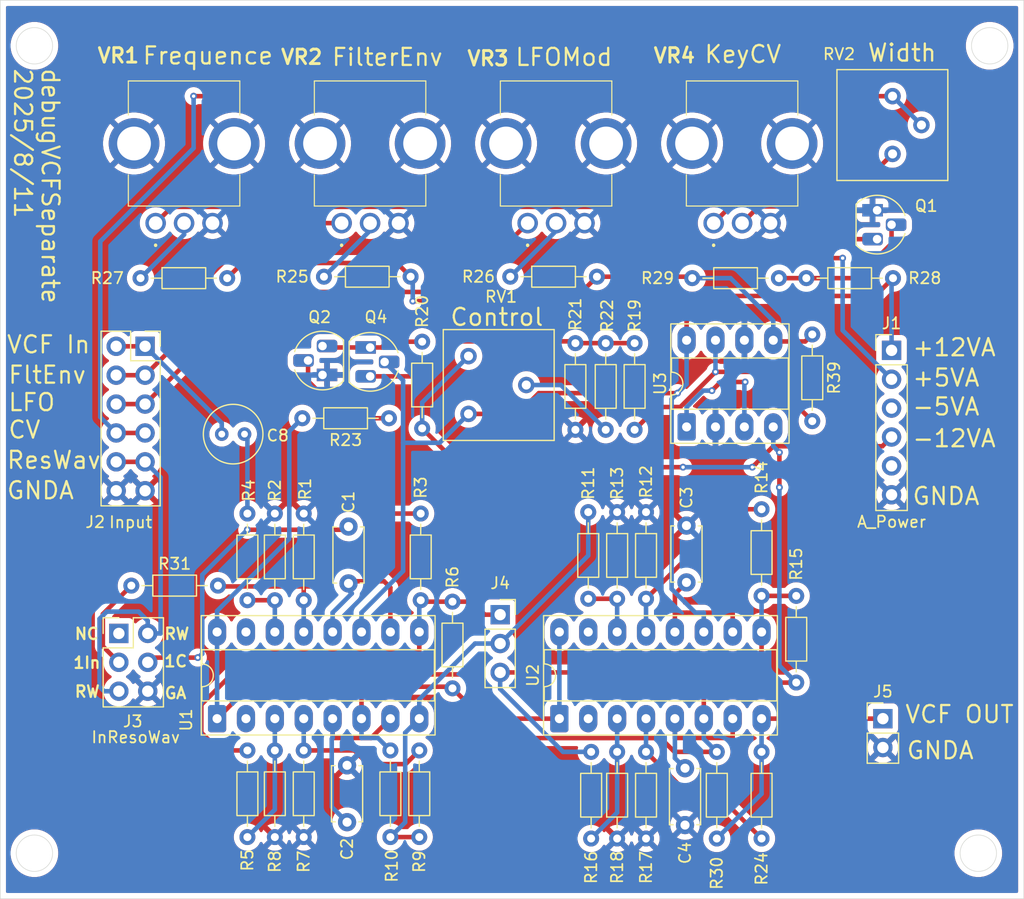
<source format=kicad_pcb>
(kicad_pcb (version 20241229) (generator "pcbnew") (generator_version "9.0")
  (layers (0 "F.Cu" signal) (2 "B.Cu" signal) (13 "F.Paste" user) (15 "B.Paste" user) (5 "F.SilkS" user "F.Silkscreen") (7 "B.SilkS" user "B.Silkscreen") (1 "F.Mask" user) (3 "B.Mask" user) (25 "Edge.Cuts" user))
  (net 0 "")
  (net 1 "Net-(C1-Pad1)")
  (net 2 "1stCap")
  (net 3 "GNDA")
  (net 4 "Net-(C2-Pad1)")
  (net 5 "Net-(C3-Pad1)")
  (net 6 "Net-(C4-Pad1)")
  (net 7 "Net-(C8-Pad2)")
  (net 8 "VCF_IN")
  (net 10 "+5VA")
  (net 11 "+12VA")
  (net 12 "-12VA")
  (net 13 "-5VA")
  (net 14 "LFOSine")
  (net 15 "ResoWav")
  (net 16 "CV")
  (net 17 "FilterEnv")
  (net 19 "1st_In_-")
  (net 20 "LP18db")
  (net 21 "LP12db")
  (net 22 "LP6db")
  (net 23 "Net-(Q1-B)")
  (net 24 "Net-(Q1-C)")
  (net 25 "Net-(Q2-B)")
  (net 26 "Net-(Q2-C)")
  (net 27 "Net-(Q4-B)")
  (net 28 "Net-(U1A-+)")
  (net 29 "Net-(U1C-+)")
  (net 30 "Net-(U1C--)")
  (net 31 "Net-(U2A-+)")
  (net 32 "Net-(U2A--)")
  (net 33 "Net-(U2C-+)")
  (net 34 "Net-(U2C--)")
  (net 35 "Net-(R19-Pad1)")
  (net 36 "Net-(R22-Pad1)")
  (net 37 "VCFCnt")
  (net 38 "VCF_OUT")
  (net 39 "Net-(VR2-WIPER)")
  (net 40 "Net-(U3A-+)")
  (net 41 "Net-(VR3-WIPER)")
  (net 42 "Net-(VR1-WIPER)")
  (net 43 "Net-(VR4-CCW)")
  (net 48 "Net-(U3B-+)")
  (net 49 "Net-(U1A--)")
  (footprint "Resistor_THT:R_Axial_DIN0204_L3.6mm_D1.6mm_P7.62mm_Horizontal" (layer "F.Cu") (at 138.097 63.641 90)
    (property "Reference" "R20")
    (property "Value" "100K")
  )
  (footprint "Capacitor_THT:C_Radial_D5.0mm_H5.0mm_P2.00mm" (layer "F.Cu") (at 120.476 64.149)
    (property "Reference" "C8")
    (property "Value" "10uF BP")
  )
  (footprint "Package_DIP:DIP-16_W7.62mm_Socket_LongPads" (layer "F.Cu") (at 120.063 89.168 90)
    (property "Reference" "U1")
    (property "Value" "LM13700")
  )
  (footprint "Resistor_THT:R_Axial_DIN0204_L3.6mm_D1.6mm_P7.62mm_Horizontal" (layer "F.Cu") (at 171.879 50.433)
    (property "Reference" "R28")
    (property "Value" "33K")
  )
  (footprint "Resistor_THT:R_Axial_DIN0204_L3.6mm_D1.6mm_P7.62mm_Horizontal" (layer "F.Cu") (at 164.005 92.089 -90)
    (property "Reference" "R30")
    (property "Value" "10K")
  )
  (footprint "Potentiometer_THT:Potentiometer_Bourns_3386F_Vertical" (layer "F.Cu") (at 142.173 62.371)
    (property "Reference" "RV1")
    (property "Value" "100K")
  )
  (footprint "Resistor_THT:R_Axial_DIN0204_L3.6mm_D1.6mm_P7.62mm_Horizontal" (layer "F.Cu") (at 129.461 50.306)
    (property "Reference" "R25")
    (property "Value" "56K")
  )
  (footprint "Connector_PinHeader_2.54mm:PinHeader_2x03_P2.54mm_Vertical" (layer "F.Cu") (at 111.427 81.675)
    (property "Reference" "J3")
    (property "Value" "InResoWav")
  )
  (footprint "Connector_PinHeader_2.54mm:PinHeader_1x06_P2.54mm_Vertical" (layer "F.Cu") (at 179.372 56.783)
    (property "Reference" "J1")
    (property "Value" "A_Power")
  )
  (footprint "Package_TO_SOT_THT:TO-92_HandSolder" (layer "F.Cu") (at 129.334 58.942 90)
    (property "Reference" "Q2")
    (property "Value" "Q_PNP_ECB")
  )
  (footprint "Resistor_THT:R_Axial_DIN0204_L3.6mm_D1.6mm_P7.62mm_Horizontal" (layer "F.Cu") (at 155.242 99.709 90)
    (property "Reference" "R18")
    (property "Value" "560")
  )
  (footprint "Resistor_THT:R_Axial_DIN0204_L3.6mm_D1.6mm_P7.62mm_Horizontal" (layer "F.Cu") (at 137.843 91.962 -90)
    (property "Reference" "R9")
    (property "Value" "68K")
  )
  (footprint "Resistor_THT:R_Axial_DIN0204_L3.6mm_D1.6mm_P7.62mm_Horizontal" (layer "F.Cu") (at 170.99 85.993 90)
    (property "Reference" "R15")
    (property "Value" "10K")
  )
  (footprint "Connector_PinHeader_2.54mm:PinHeader_1x02_P2.54mm_Vertical" (layer "F.Cu") (at 178.61 89.168)
    (property "Reference" "J5")
    (property "Value" "VCFOut")
  )
  (footprint "Package_TO_SOT_THT:TO-92_HandSolder" (layer "F.Cu") (at 178.102 44.464 -90)
    (property "Reference" "Q1")
    (property "Value" "Q_PNP_ECB")
  )
  (footprint "Resistor_THT:R_Axial_DIN0204_L3.6mm_D1.6mm_P7.62mm_Horizontal" (layer "F.Cu") (at 156.778 63.768 90)
    (property "Reference" "R19")
    (property "Value" "27K")
  )
  (footprint "Capacitor_THT:C_Disc_D4.7mm_W2.5mm_P5.00mm" (layer "F.Cu") (at 131.62 77.277 90)
    (property "Reference" "C1")
    (property "Value" "250pF")
  )
  (footprint "Resistor_THT:R_Axial_DIN0204_L3.6mm_D1.6mm_P7.62mm_Horizontal" (layer "F.Cu") (at 152.956 92.089 -90)
    (property "Reference" "R16")
    (property "Value" "100K")
  )
  (footprint "Capacitor_THT:C_Disc_D4.7mm_W2.5mm_P5.00mm" (layer "F.Cu") (at 131.493 98.272 90)
    (property "Reference" "C2")
    (property "Value" "250pF")
  )
  (footprint "Resistor_THT:R_Axial_DIN0204_L3.6mm_D1.6mm_P7.62mm_Horizontal" (layer "F.Cu") (at 135.303 91.962 -90)
    (property "Reference" "R10")
    (property "Value" "10K")
  )
  (footprint "Connector_PinSocket_2.54mm:PinSocket_2x06_P2.54mm_Vertical" (layer "F.Cu") (at 113.733 56.427)
    (property "Reference" "J2")
    (property "Value" "Input")
  )
  (footprint "Capacitor_THT:C_Disc_D4.7mm_W2.5mm_P5.00mm" (layer "F.Cu") (at 161.338 77.19 90)
    (property "Reference" "C3")
    (property "Value" "250pF")
  )
  (footprint "Capacitor_THT:C_Disc_D4.7mm_W2.5mm_P5.00mm" (layer "F.Cu") (at 161.211 93.526 -90)
    (property "Reference" "C4")
    (property "Value" "250pF")
  )
  (footprint "Resistor_THT:R_Axial_DIN0204_L3.6mm_D1.6mm_P7.62mm_Horizontal" (layer "F.Cu") (at 145.844 50.306)
    (property "Reference" "R26")
    (property "Value" "56K")
  )
  (footprint "Package_DIP:DIP-8_W7.62mm_Socket_LongPads" (layer "F.Cu") (at 161.35 63.514 90)
    (property "Reference" "U3")
    (property "Value" "Opamp_Dual")
  )
  (footprint "Package_DIP:DIP-16_W7.62mm_Socket_LongPads" (layer "F.Cu") (at 150.162 89.168 90)
    (property "Reference" "U2")
    (property "Value" "LM13700")
  )
  (footprint "SamacSys_parts:RK09D117000B" (layer "F.Cu") (at 114.661 45.593)
    (property "Reference" "VR1")
    (property "Value" "RK09D117000B" (hide yes))
  )
  (footprint "Resistor_THT:R_Axial_DIN0204_L3.6mm_D1.6mm_P7.62mm_Horizontal" (layer "F.Cu") (at 122.73 71.134 -90)
    (property "Reference" "R4")
    (property "Value" "100K")
  )
  (footprint "Resistor_THT:R_Axial_DIN0204_L3.6mm_D1.6mm_P7.62mm_Horizontal" (layer "F.Cu") (at 127.683 71.134 -90)
    (property "Reference" "R1")
    (property "Value" "560")
  )
  (footprint "Resistor_THT:R_Axial_DIN0204_L3.6mm_D1.6mm_P7.62mm_Horizontal" (layer "F.Cu") (at 169.466 50.433 180)
    (property "Reference" "R29")
    (property "Value" "280K")
  )
  (footprint "Resistor_THT:R_Axial_DIN0204_L3.6mm_D1.6mm_P7.62mm_Horizontal" (layer "F.Cu") (at 140.764 86.501 90)
    (property "Reference" "R6")
    (property "Value" "10K")
  )
  (footprint "Connector_PinSocket_2.54mm:PinSocket_1x03_P2.54mm_Vertical" (layer "F.Cu") (at 144.955 80.024)
    (property "Reference" "J4")
    (property "Value" "FltOrder")
  )
  (footprint "Resistor_THT:R_Axial_DIN0204_L3.6mm_D1.6mm_P7.62mm_Horizontal" (layer "F.Cu") (at 127.683 99.582 90)
    (property "Reference" "R7")
    (property "Value" "560")
  )
  (footprint "Resistor_THT:R_Axial_DIN0204_L3.6mm_D1.6mm_P7.62mm_Horizontal" (layer "F.Cu") (at 113.332 50.433)
    (property "Reference" "R27")
    (property "Value" "20K")
  )
  (footprint "Resistor_THT:R_Axial_DIN0204_L3.6mm_D1.6mm_P7.62mm_Horizontal" (layer "F.Cu") (at 157.782 99.709 90)
    (property "Reference" "R17")
    (property "Value" "560")
  )
  (footprint "Resistor_THT:R_Axial_DIN0204_L3.6mm_D1.6mm_P7.62mm_Horizontal" (layer "F.Cu") (at 137.97 71.134 -90)
    (property "Reference" "R3")
    (property "Value" "68K")
  )
  (footprint "Resistor_THT:R_Axial_DIN0204_L3.6mm_D1.6mm_P7.62mm_Horizontal" (layer "F.Cu") (at 167.942 99.709 90)
    (property "Reference" "R24")
    (property "Value" "68K")
  )
  (footprint "Potentiometer_THT:Potentiometer_Bourns_3386P_Vertical" (layer "F.Cu") (at 179.46 39.511)
    (property "Reference" "RV2")
    (property "Value" "3362P 50K")
  )
  (footprint "SamacSys_parts:RK09D117000B" (layer "F.Cu") (at 163.729 45.593)
    (property "Reference" "VR4")
    (property "Value" "RK09D117000B" (hide yes))
  )
  (footprint "Resistor_THT:R_Axial_DIN0204_L3.6mm_D1.6mm_P7.62mm_Horizontal" (layer "F.Cu") (at 122.73 91.962 -90)
    (property "Reference" "R5")
    (property "Value" "100K")
  )
  (footprint "Resistor_THT:R_Axial_DIN0204_L3.6mm_D1.6mm_P7.62mm_Horizontal" (layer "F.Cu") (at 167.942 70.753 -90)
    (property "Reference" "R14")
    (property "Value" "68K")
  )
  (footprint "Resistor_THT:R_Axial_DIN0204_L3.6mm_D1.6mm_P7.62mm_Horizontal" (layer "F.Cu") (at 135.176 62.752 180)
    (property "Reference" "R23")
    (property "Value" "10K")
  )
  (footprint "Resistor_THT:R_Axial_DIN0204_L3.6mm_D1.6mm_P7.62mm_Horizontal" (layer "F.Cu") (at 172.399 55.386 -90)
    (property "Reference" "R39")
    (property "Value" "10K")
  )
  (footprint "Resistor_THT:R_Axial_DIN0204_L3.6mm_D1.6mm_P7.62mm_Horizontal" (layer "F.Cu") (at 155.242 71.007 -90)
    (property "Reference" "R13")
    (property "Value" "560")
  )
  (footprint "SamacSys_parts:RK09D117000B" (layer "F.Cu") (at 131.017 45.593)
    (property "Reference" "VR2")
    (property "Value" "RK09D117000B" (hide yes))
  )
  (footprint "SamacSys_parts:RK09D117000B" (layer "F.Cu") (at 147.373 45.593)
    (property "Reference" "VR3")
    (property "Value" "RK09D117000B" (hide yes))
  )
  (footprint "Resistor_THT:R_Axial_DIN0204_L3.6mm_D1.6mm_P7.62mm_Horizontal" (layer "F.Cu") (at 151.571 63.768 90)
    (property "Reference" "R21")
    (property "Value" "1K")
  )
  (footprint "Package_TO_SOT_THT:TO-92_HandSolder" (layer "F.Cu") (at 133.525 56.529 -90)
    (property "Reference" "Q4")
    (property "Value" "Q_NPN_ECB")
  )
  (footprint "Resistor_THT:R_Axial_DIN0204_L3.6mm_D1.6mm_P7.62mm_Horizontal" (layer "F.Cu") (at 125.143 99.582 90)
    (property "Reference" "R8")
    (property "Value" "560")
  )
  (footprint "Resistor_THT:R_Axial_DIN0204_L3.6mm_D1.6mm_P7.62mm_Horizontal" (layer "F.Cu") (at 125.143 71.134 -90)
    (property "Reference" "R2")
    (property "Value" "560")
  )
  (footprint "Resistor_THT:R_Axial_DIN0204_L3.6mm_D1.6mm_P7.62mm_Horizontal" (layer "F.Cu") (at 157.782 71.007 -90)
    (property "Reference" "R12")
    (property "Value" "560")
  )
  (footprint "Resistor_THT:R_Axial_DIN0204_L3.6mm_D1.6mm_P7.62mm_Horizontal" (layer "F.Cu") (at 152.702 71.007 -90)
    (property "Reference" "R11")
    (property "Value" "100K")
  )
  (footprint "Resistor_THT:R_Axial_DIN0204_L3.6mm_D1.6mm_P7.62mm_Horizontal" (layer "F.Cu") (at 154.238 63.768 90)
    (property "Reference" "R22")
    (property "Value" "47K")
  )
  (footprint "Resistor_THT:R_Axial_DIN0204_L3.6mm_D1.6mm_P7.62mm_Horizontal" (layer "F.Cu") (at 112.522 77.47)
    (property "Reference" "R31")
    (property "Value" "100K")
  )
  (gr_circle (center 188 30) (end 189.6 30) (stroke (width 0.05)) (fill no) (layer "Edge.Cuts"))
  (gr_circle (center 187 101) (end 188.6 101) (stroke (width 0.05)) (fill no) (layer "Edge.Cuts"))
  (gr_circle (center 104 101) (end 105.6 101) (stroke (width 0.05)) (fill no) (layer "Edge.Cuts"))
  (gr_circle (center 104 30) (end 105.6 30) (stroke (width 0.05)) (fill no) (layer "Edge.Cuts"))
  (gr_rect (start 101 26) (end 191 105) (stroke (width 0.05)) (fill no) (layer "Edge.Cuts"))
  (gr_text "CV" (at 101.6 64.643 0) (layer "F.SilkS") (effects (font (size 1.5 1.5) (thickness 0.2)) (justify left bottom)))
  (gr_text "-5VA" (at 181.102 62.611 0) (layer "F.SilkS") (effects (font (size 1.5 1.5) (thickness 0.2)) (justify left bottom)))
  (gr_text "FltEnv" (at 101.6 59.817 0) (layer "F.SilkS") (effects (font (size 1.5 1.5) (thickness 0.2)) (justify left bottom)))
  (gr_text "RW" (at 115.316 82.296 0) (layer "F.SilkS") (effects (font (size 1 1) (thickness 0.2)) (justify left bottom)))
  (gr_text "KeyCV" (at 162.814 31.623 0) (layer "F.SilkS") (effects (font (size 1.5 1.5) (thickness 0.2)) (justify left bottom)))
  (gr_text "VCF OUT" (at 180.467 89.662 0) (layer "F.SilkS") (effects (font (size 1.5 1.5) (thickness 0.2)) (justify left bottom)))
  (gr_text "LFOMod" (at 146.177 31.877 0) (layer "F.SilkS") (effects (font (size 1.5 1.5) (thickness 0.2)) (justify left bottom)))
  (gr_text "Frequence" (at 113.411 31.75 0) (layer "F.SilkS") (effects (font (size 1.5 1.5) (thickness 0.2)) (justify left bottom)))
  (gr_text "GNDA" (at 181.102 70.485 0) (layer "F.SilkS") (effects (font (size 1.5 1.5) (thickness 0.2)) (justify left bottom)))
  (gr_text "RW" (at 107.442 87.376 0) (layer "F.SilkS") (effects (font (size 1 1) (thickness 0.2)) (justify left bottom)))
  (gr_text "1In" (at 107.315 84.836 0) (layer "F.SilkS") (effects (font (size 1 1) (thickness 0.2)) (justify left bottom)))
  (gr_text "LFO" (at 101.6 62.23 0) (layer "F.SilkS") (effects (font (size 1.5 1.5) (thickness 0.2)) (justify left bottom)))
  (gr_text "GNDA" (at 101.473 69.977 0) (layer "F.SilkS") (effects (font (size 1.5 1.5) (thickness 0.2)) (justify left bottom)))
  (gr_text "NC" (at 107.442 82.296 0) (layer "F.SilkS") (effects (font (size 1 1) (thickness 0.2)) (justify left bottom)))
  (gr_text "debugVCFSeparate\n2025/8/11" (at 102.108 31.877 270) (layer "F.SilkS") (effects (font (size 1.5 1.5) (thickness 0.2)) (justify left bottom)))
  (gr_text "VCF In" (at 101.473 57.15 0) (layer "F.SilkS") (effects (font (size 1.5 1.5) (thickness 0.2)) (justify left bottom)))
  (gr_text "Width" (at 177.165 31.496 0) (layer "F.SilkS") (effects (font (size 1.5 1.5) (thickness 0.2)) (justify left bottom)))
  (gr_text "+5VA" (at 181.102 60.071 0) (layer "F.SilkS") (effects (font (size 1.5 1.5) (thickness 0.2)) (justify left bottom)))
  (gr_text "GA" (at 115.347 87.503 0) (layer "F.SilkS") (effects (font (size 1 1) (thickness 0.2)) (justify left bottom)))
  (gr_text "Control" (at 140.462 54.737 0) (layer "F.SilkS") (effects (font (size 1.5 1.5) (thickness 0.2)) (justify left bottom)))
  (gr_text "+12VA" (at 181.102 57.404 0) (layer "F.SilkS") (effects (font (size 1.5 1.5) (thickness 0.2)) (justify left bottom)))
  (gr_text "FilterEnv" (at 130.048 31.877 0) (layer "F.SilkS") (effects (font (size 1.5 1.5) (thickness 0.2)) (justify left bottom)))
  (gr_text "GNDA" (at 180.594 92.837 0) (layer "F.SilkS") (effects (font (size 1.5 1.5) (thickness 0.2)) (justify left bottom)))
  (gr_text "1C" (at 115.316 84.709 0) (layer "F.SilkS") (effects (font (size 1 1) (thickness 0.2)) (justify left bottom)))
  (gr_text "-12VA" (at 181.102 65.405 0) (layer "F.SilkS") (effects (font (size 1.5 1.5) (thickness 0.2)) (justify left bottom)))
  (gr_text "ResWav" (at 101.473 67.31 0) (layer "F.SilkS") (effects (font (size 1.5 1.5) (thickness 0.2)) (justify left bottom)))
  (segment (start 131.808 77.089) (end 134.747 77.089) (width 0.4) (layer "F.Cu") (net 1))
  (segment (start 135.303 77.645) (end 135.303 81.548) (width 0.4) (layer "F.Cu") (net 1))
  (segment (start 131.62 77.277) (end 131.808 77.089) (width 0.4) (layer "F.Cu") (net 1))
  (segment (start 134.747 77.089) (end 135.303 77.645) (width 0.4) (layer "F.Cu") (net 1))
  (segment (start 131.4628 77.5169) (end 131.4628 77.4342) (width 0.4) (layer "B.Cu") (net 1))
  (segment (start 130.223 79.8463) (end 131.9122 78.1571) (width 0.4) (layer "B.Cu") (net 1))
  (segment (start 131.4628 77.4342) (end 131.62 77.277) (width 0.4) (layer "B.Cu") (net 1))
  (segment (start 131.9122 78.1571) (end 131.4628 77.7078) (width 0.4) (layer "B.Cu") (net 1))
  (segment (start 130.223 81.548) (end 130.223 79.8463) (width 0.4) (layer "B.Cu") (net 1))
  (segment (start 131.4628 77.7078) (end 131.4628 77.5169) (width 0.4) (layer "B.Cu") (net 1))
  (segment (start 131.3382 72.5588) (end 122.7228 72.5588) (width 0.4) (layer "F.Cu") (net 2))
  (segment (start 118.364 83.8006) (end 114.3814 83.8006) (width 0.4) (layer "F.Cu") (net 2))
  (segment (start 114.3814 83.8006) (end 113.967 84.215) (width 0.4) (layer "F.Cu") (net 2))
  (segment (start 131.62 72.277) (end 131.3382 72.5588) (width 0.4) (layer "F.Cu") (net 2))
  (via (at 122.7228 72.5588) (size 0.6) (drill 0.3) (layers "F.Cu" "B.Cu") (net 2))
  (via (at 118.364 83.8006) (size 0.6) (drill 0.3) (layers "F.Cu" "B.Cu") (net 2))
  (segment (start 118.412 83.8006) (end 118.7613 83.4513) (width 0.4) (layer "B.Cu") (net 2))
  (segment (start 118.364 83.8006) (end 118.412 83.8006) (width 0.4) (layer "B.Cu") (net 2))
  (segment (start 118.7613 76.5203) (end 122.7228 72.5588) (width 0.4) (layer "B.Cu") (net 2))
  (segment (start 118.7613 83.4513) (end 118.7613 76.5203) (width 0.4) (layer "B.Cu") (net 2))
  (segment (start 133.6013 90.8697) (end 135.303 89.168) (width 0.4) (layer "F.Cu") (net 4))
  (segment (start 130.223 90.8697) (end 133.6013 90.8697) (width 0.4) (layer "F.Cu") (net 4))
  (segment (start 130.223 89.168) (end 130.223 90.8697) (width 0.4) (layer "F.Cu") (net 4))
  (segment (start 130.1455 96.9245) (end 130.1455 90.9472) (width 0.4) (layer "B.Cu") (net 4))
  (segment (start 130.223 89.168) (end 130.223 90.8697) (width 0.4) (layer "B.Cu") (net 4))
  (segment (start 130.1455 90.9472) (end 130.223 90.8697) (width 0.4) (layer "B.Cu") (net 4))
  (segment (start 131.493 98.272) (end 130.1455 96.9245) (width 0.4) (layer "B.Cu") (net 4))
  (segment (start 165.402 79.8463) (end 161.338 79.8463) (width 0.4) (layer "F.Cu") (net 5))
  (segment (start 160.322 81.548) (end 160.322 79.8463) (width 0.4) (layer "F.Cu") (net 5))
  (segment (start 160.322 79.8463) (end 161.338 79.8463) (width 0.4) (layer "F.Cu") (net 5))
  (segment (start 165.402 81.548) (end 165.402 79.8463) (width 0.4) (layer "F.Cu") (net 5))
  (segment (start 160.322 78.206) (end 161.338 77.19) (width 0.4) (layer "F.Cu") (net 5))
  (segment (start 160.322 79.8463) (end 160.322 78.206) (width 0.4) (layer "F.Cu") (net 5))
  (segment (start 160.322 89.168) (end 160.322 90.8697) (width 0.4) (layer "F.Cu") (net 6))
  (segment (start 165.402 90.8697) (end 160.322 90.8697) (width 0.4) (layer "F.Cu") (net 6))
  (segment (start 165.402 89.168) (end 165.402 90.8697) (width 0.4) (layer "F.Cu") (net 6))
  (segment (start 160.322 92.637) (end 161.211 93.526) (width 0.4) (layer "B.Cu") (net 6))
  (segment (start 160.322 89.168) (end 160.322 92.637) (width 0.4) (layer "B.Cu") (net 6))
  (segment (start 122.73 64.403) (end 122.476 64.149) (width 0.4) (layer "B.Cu") (net 7))
  (segment (start 122.73 71.134) (end 122.73 64.403) (width 0.4) (layer "B.Cu") (net 7))
  (segment (start 111.193 56.427) (end 113.733 56.427) (width 0.4) (layer "F.Cu") (net 8))
  (segment (start 120.476 64.149) (end 120.476 63.17) (width 0.4) (layer "B.Cu") (net 8))
  (segment (start 120.476 63.17) (end 113.733 56.427) (width 0.4) (layer "B.Cu") (net 8))
  (segment (start 160.8987 48.6714) (end 156.3918 44.1645) (width 0.4) (layer "F.Cu") (net 10))
  (segment (start 175.0706 48.6714) (end 160.8987 48.6714) (width 0.4) (layer "F.Cu") (net 10))
  (segment (start 156.3918 44.1645) (end 116.0895 44.1645) (width 0.4) (layer "F.Cu") (net 10))
  (segment (start 116.0895 44.1645) (end 114.661 45.593) (width 0.4) (layer "F.Cu") (net 10))
  (via (at 175.0706 48.6714) (size 0.6) (drill 0.3) (layers "F.Cu" "B.Cu") (net 10))
  (segment (start 179.372 59.323) (end 175.0706 55.0216) (width 0.4) (layer "B.Cu") (net 10))
  (segment (start 175.0706 55.0216) (end 175.0706 48.6714) (width 0.4) (layer "B.Cu") (net 10))
  (segment (start 161.35 54.1923) (end 163.5423 52) (width 0.4) (layer "F.Cu") (net 11))
  (segment (start 160.5489 60.5446) (end 148.351 60.5446) (width 0.4) (layer "F.Cu") (net 11))
  (segment (start 146.5246 62.371) (end 142.173 62.371) (width 0.4) (layer "F.Cu") (net 11))
  (segment (start 163.5423 52) (end 177.932 52) (width 0.4) (layer "F.Cu") (net 11))
  (segment (start 148.351 60.5446) (end 146.5246 62.371) (width 0.4) (layer "F.Cu") (net 11))
  (segment (start 161.35 55.894) (end 161.35 54.1923) (width 0.4) (layer "F.Cu") (net 11))
  (segment (start 177.932 52) (end 179.499 50.433) (width 0.4) (layer "F.Cu") (net 11))
  (via (at 160.5489 60.5446) (size 0.6) (drill 0.3) (layers "F.Cu" "B.Cu") (net 11))
  (segment (start 160.0327 61.0608) (end 160.5489 60.5446) (width 0.4) (layer "B.Cu") (net 11))
  (segment (start 162.862 81.548) (end 162.862 79.8463) (width 0.4) (layer "B.Cu") (net 11))
  (segment (start 162.1175 79.8463) (end 160.0327 77.7615) (width 0.4) (layer "B.Cu") (net 11))
  (segment (start 132.763 81.548) (end 132.763 79.8463) (width 0.4) (layer "B.Cu") (net 11))
  (segment (start 136.4208 59.4248) (end 136.4208 64.911) (width 0.4) (layer "B.Cu") (net 11))
  (segment (start 136.4208 64.911) (end 136.4208 76.1885) (width 0.4) (layer "B.Cu") (net 11))
  (segment (start 134.795 57.799) (end 136.4208 59.4248) (width 0.4) (layer "B.Cu") (net 11))
  (segment (start 162.862 79.8463) (end 162.1175 79.8463) (width 0.4) (layer "B.Cu") (net 11))
  (segment (start 136.4208 64.911) (end 139.633 64.911) (width 0.4) (layer "B.Cu") (net 11))
  (segment (start 139.633 64.911) (end 142.173 62.371) (width 0.4) (layer "B.Cu") (net 11))
  (segment (start 161.35 55.894) (end 161.35 59.7435) (width 0.4) (layer "B.Cu") (net 11))
  (segment (start 179.372 50.56) (end 179.372 56.783) (width 0.4) (layer "B.Cu") (net 11))
  (segment (start 161.35 59.7435) (end 160.5489 60.5446) (width 0.4) (layer "B.Cu") (net 11))
  (segment (start 136.4208 76.1885) (end 132.763 79.8463) (width 0.4) (layer "B.Cu") (net 11))
  (segment (start 179.499 50.433) (end 179.372 50.56) (width 0.4) (layer "B.Cu") (net 11))
  (segment (start 160.0327 77.7615) (end 160.0327 61.0608) (width 0.4) (layer "B.Cu") (net 11))
  (segment (start 145.1416 90.8786) (end 140.764 86.501) (width 0.4) (layer "F.Cu") (net 12))
  (segment (start 179.372 64.403) (end 178.5593 65.2157) (width 0.4) (layer "F.Cu") (net 12))
  (segment (start 140.623 86.36) (end 140.764 86.501) (width 0.4) (layer "F.Cu") (net 12))
  (segment (start 159.0709 90.8786) (end 145.1416 90.8786) (width 0.4) (layer "F.Cu") (net 12))
  (segment (start 167.1297 67.056) (end 168.97 65.2157) (width 0.4) (layer "F.Cu") (net 12))
  (segment (start 132.763 89.168) (end 132.763 87.201) (width 0.4) (layer "F.Cu") (net 12))
  (segment (start 138.097 63.641) (end 141.512 67.056) (width 0.4) (layer "F.Cu") (net 12))
  (segment (start 133.604 86.36) (end 140.623 86.36) (width 0.4) (layer "F.Cu") (net 12))
  (segment (start 162.862 89.168) (end 162.862 87.138) (width 0.4) (layer "F.Cu") (net 12))
  (segment (start 161.036 67.056) (end 141.512 67.056) (width 0.4) (layer "F.Cu") (net 12))
  (segment (start 132.763 87.201) (end 133.604 86.36) (width 0.4) (layer "F.Cu") (net 12))
  (segment (start 170.983 86) (end 170.99 85.993) (width 0.4) (layer "F.Cu") (net 12))
  (segment (start 169.5093 65.755) (end 169.5093 68.834) (width 0.4) (layer "F.Cu") (net 12))
  (segment (start 178.5593 65.2157) (end 168.97 65.2157) (width 0.4) (layer "F.Cu") (net 12))
  (segment (start 162.862 87.138) (end 164 86) (width 0.4) (layer "F.Cu") (net 12))
  (segment (start 164.005 92.089) (end 160.2813 92.089) (width 0.4) (layer "F.Cu") (net 12))
  (segment (start 168.97 63.514) (end 168.97 65.2157) (width 0.4) (layer "F.Cu") (net 12))
  (segment (start 164 86) (end 170.983 86) (width 0.4) (layer "F.Cu") (net 12))
  (segment (start 160.2813 92.089) (end 159.0709 90.8786) (width 0.4) (layer "F.Cu") (net 12))
  (via (at 169.5093 65.755) (size 0.6) (drill 0.3) (layers "F.Cu" "B.Cu") (net 12))
  (via (at 169.5093 68.834) (size 0.6) (drill 0.3) (layers "F.Cu" "B.Cu") (net 12))
  (via (at 161.036 67.056) (size 0.6) (drill 0.3) (layers "F.Cu" "B.Cu") (net 12))
  (via (at 167.1297 67.056) (size 0.6) (drill 0.3) (layers "F.Cu" "B.Cu") (net 12))
  (segment (start 169.5093 65.755) (end 168.97 65.2157) (width 0.4) (layer "B.Cu") (net 12))
  (segment (start 134.2107 90.8697) (end 132.763 90.8697) (width 0.4) (layer "B.Cu") (net 12))
  (segment (start 135.303 91.962) (end 134.2107 90.8697) (width 0.4) (layer "B.Cu") (net 12))
  (segment (start 169.5093 84.5123) (end 170.99 85.993) (width 0.4) (layer "B.Cu") (net 12))
  (segment (start 169.5093 68.834) (end 169.5093 84.5123) (width 0.4) (layer "B.Cu") (net 12))
  (segment (start 168.97 63.514) (end 168.97 65.2157) (width 0.4) (layer "B.Cu") (net 12))
  (segment (start 162.862 90.946) (end 162.862 89.168) (width 0.4) (layer "B.Cu") (net 12))
  (segment (start 164.005 92.089) (end 162.862 90.946) (width 0.4) (layer "B.Cu") (net 12))
  (segment (start 138.097 61.367) (end 142.173 57.291) (width 0.4) (layer "B.Cu") (net 12))
  (segment (start 138.097 63.641) (end 138.097 61.367) (width 0.4) (layer "B.Cu") (net 12))
  (segment (start 132.763 89.168) (end 132.763 90.8697) (width 0.4) (layer "B.Cu") (net 12))
  (segment (start 167.1297 67.056) (end 161.036 67.056) (width 0.4) (layer "B.Cu") (net 12))
  (segment (start 141.3174 51.6486) (end 123.5914 51.6486) (width 0.4) (layer "F.Cu") (net 14))
  (segment (start 147.373 45.593) (end 141.3174 51.6486) (width 0.4) (layer "F.Cu") (net 14))
  (segment (start 123.5914 51.6486) (end 113.733 61.507) (width 0.4) (layer "F.Cu") (net 14))
  (segment (start 111.193 61.507) (end 113.733 61.507) (width 0.4) (layer "F.Cu") (net 14))
  (segment (start 113.733 66.587) (end 111.193 66.587) (width 0.4) (layer "F.Cu") (net 15))
  (segment (start 110.363 79.756) (end 109.728 80.391) (width 0.4) (layer "B.Cu") (net 15))
  (segment (start 110.123 86.755) (end 111.427 86.755) (width 0.4) (layer "B.Cu") (net 15))
  (segment (start 115.0981 67.9521) (end 113.733 66.587) (width 0.4) (layer "B.Cu") (net 15))
  (segment (start 109.728 86.36) (end 110.123 86.755) (width 0.4) (layer "B.Cu") (net 15))
  (segment (start 115.0981 81.675) (end 115.0981 67.9521) (width 0.4) (layer "B.Cu") (net 15))
  (segment (start 109.728 80.391) (end 109.728 86.36) (width 0.4) (layer "B.Cu") (net 15))
  (segment (start 113.157 79.756) (end 110.363 79.756) (width 0.4) (layer "B.Cu") (net 15))
  (segment (start 115.0981 81.675) (end 113.967 81.675) (width 0.4) (layer "B.Cu") (net 15))
  (segment (start 113.967 81.675) (end 113.967 80.566) (width 0.4) (layer "B.Cu") (net 15))
  (segment (start 113.967 80.566) (end 113.157 79.756) (width 0.4) (layer "B.Cu") (net 15))
  (segment (start 113.733 64.047) (end 111.193 64.047) (width 0.4) (layer "F.Cu") (net 16))
  (segment (start 118 34.431) (end 179.46 34.431) (width 0.4) (layer "F.Cu") (net 16))
  (via (at 118 34.431) (size 0.6) (drill 0.3) (layers "F.Cu" "B.Cu") (net 16))
  (segment (start 109.7932 47.2068) (end 109.7932 62.6472) (width 0.4) (layer "B.Cu") (net 16))
  (segment (start 109.7932 62.6472) (end 111.193 64.047) (width 0.4) (layer "B.Cu") (net 16))
  (segment (start 179.46 34.431) (end 182 36.971) (width 0.4) (layer "B.Cu") (net 16))
  (segment (start 118 39) (end 109.7932 47.2068) (width 0.4) (layer "B.Cu") (net 16))
  (segment (start 118 34.431) (end 118 39) (width 0.4) (layer "B.Cu") (net 16))
  (segment (start 118.8343 50.8292) (end 124.0705 45.593) (width 0.4) (layer "F.Cu") (net 17))
  (segment (start 118.8343 53.8657) (end 118.8343 50.8292) (width 0.4) (layer "F.Cu") (net 17))
  (segment (start 111.193 58.967) (end 113.733 58.967) (width 0.4) (layer "F.Cu") (net 17))
  (segment (start 113.733 58.967) (end 118.8343 53.8657) (width 0.4) (layer "F.Cu") (net 17))
  (segment (start 124.0705 45.593) (end 131.017 45.593) (width 0.4) (layer "F.Cu") (net 17))
  (segment (start 110.0194 79.9726) (end 110.0194 82.8074) (width 0.4) (layer "F.Cu") (net 19))
  (segment (start 110.0194 82.8074) (end 111.427 84.215) (width 0.4) (layer "F.Cu") (net 19))
  (segment (start 112.522 77.47) (end 110.0194 79.9726) (width 0.4) (layer "F.Cu") (net 19))
  (segment (start 167.942 81.548) (end 167.942 83.2497) (width 0.4) (layer "F.Cu") (net 20))
  (segment (start 167.942 83.2497) (end 166.0877 85.104) (width 0.4) (layer "F.Cu") (net 20))
  (segment (start 170.99 78.373) (end 167.942 78.373) (width 0.4) (layer "F.Cu") (net 20))
  (segment (start 166.0877 85.104) (end 144.955 85.104) (width 0.4) (layer "F.Cu") (net 20))
  (segment (start 144.955 86.5573) (end 150.4867 92.089) (width 0.4) (layer "B.Cu") (net 20))
  (segment (start 150.4867 92.089) (end 152.956 92.089) (width 0.4) (layer "B.Cu") (net 20))
  (segment (start 144.955 85.104) (end 144.955 86.5573) (width 0.4) (layer "B.Cu") (net 20))
  (segment (start 167.942 78.373) (end 167.942 81.548) (width 0.4) (layer "B.Cu") (net 20))
  (segment (start 137.843 99.582) (end 135.303 99.582) (width 0.4) (layer "F.Cu") (net 21))
  (segment (start 137.843 89.168) (end 137.843 87.4663) (width 0.4) (layer "B.Cu") (net 21))
  (segment (start 152.702 74.817) (end 144.955 82.564) (width 0.4) (layer "B.Cu") (net 21))
  (segment (start 135.303 99.582) (end 136.6032 98.2818) (width 0.4) (layer "B.Cu") (net 21))
  (segment (start 137.843 87.4663) (end 142.7453 82.564) (width 0.4) (layer "B.Cu") (net 21))
  (segment (start 136.6032 90.4078) (end 137.843 89.168) (width 0.4) (layer "B.Cu") (net 21))
  (segment (start 152.702 71.007) (end 152.702 74.817) (width 0.4) (layer "B.Cu") (net 21))
  (segment (start 136.6032 98.2818) (end 136.6032 90.4078) (width 0.4) (layer "B.Cu") (net 21))
  (segment (start 142.7453 82.564) (end 144.955 82.564) (width 0.4) (layer "B.Cu") (net 21))
  (segment (start 137.843 81.548) (end 137.843 83.2497) (width 0.4) (layer "F.Cu") (net 22))
  (segment (start 142.4603 78.881) (end 143.6033 80.024) (width 0.4) (layer "F.Cu") (net 22))
  (segment (start 138.097 78.881) (end 140.764 78.881) (width 0.4) (layer "F.Cu") (net 22))
  (segment (start 118.6811 87.935) (end 118.6811 90.3946) (width 0.4) (layer "F.Cu") (net 22))
  (segment (start 123.3664 83.2497) (end 118.6811 87.935) (width 0.4) (layer "F.Cu") (net 22))
  (segment (start 120.2485 91.962) (end 122.73 91.962) (width 0.4) (layer "F.Cu") (net 22))
  (segment (start 140.764 78.881) (end 142.4603 78.881) (width 0.4) (layer "F.Cu") (net 22))
  (segment (start 137.843 83.2497) (end 123.3664 83.2497) (width 0.4) (layer "F.Cu") (net 22))
  (segment (start 144.955 80.024) (end 143.6033 80.024) (width 0.4) (layer "F.Cu") (net 22))
  (segment (start 137.97 78.754) (end 138.097 78.881) (width 0.4) (layer "F.Cu") (net 22))
  (segment (start 118.6811 90.3946) (end 120.2485 91.962) (width 0.4) (layer "F.Cu") (net 22))
  (segment (start 137.843 78.881) (end 137.843 81.548) (width 0.4) (layer "B.Cu") (net 22))
  (segment (start 137.97 78.754) (end 137.843 78.881) (width 0.4) (layer "B.Cu") (net 22))
  (segment (start 178.102 47.004) (end 174.5879 47.004) (width 0.4) (layer "F.Cu") (net 23))
  (segment (start 174.5879 47.004) (end 171.7118 44.1279) (width 0.4) (layer "F.Cu") (net 23))
  (segment (start 167.6941 44.1279) (end 166.229 45.593) (width 0.4) (layer "F.Cu") (net 23))
  (segment (start 171.7118 44.1279) (end 167.6941 44.1279) (width 0.4) (layer "F.Cu") (net 23))
  (segment (start 179.372 47.3932) (end 176.3322 50.433) (width 0.4) (layer "F.Cu") (net 24))
  (segment (start 169.466 50.433) (end 171.879 50.433) (width 0.4) (layer "F.Cu") (net 24))
  (segment (start 176.3322 50.433) (end 171.879 50.433) (width 0.4) (layer "F.Cu") (net 24))
  (segment (start 179.372 45.734) (end 179.372 47.3932) (width 0.4) (layer "F.Cu") (net 24))
  (segment (start 133.8345 56.529) (end 134.5267 56.529) (width 0.4) (layer "F.Cu") (net 25))
  (segment (start 138.097 56.021) (end 135.0347 56.021) (width 0.4) (layer "F.Cu") (net 25))
  (segment (start 135.0347 56.021) (end 134.5267 56.529) (width 0.4) (layer "F.Cu") (net 25))
  (segment (start 133.8345 56.529) (end 133.525 56.529) (width 0.4) (layer "F.Cu") (net 25))
  (segment (start 133.525 56.529) (end 129.461 56.529) (width 0.4) (layer "F.Cu") (net 25))
  (segment (start 129.461 56.529) (end 129.334 56.402) (width 0.4) (layer "F.Cu") (net 25))
  (segment (start 135.176 62.752) (end 131.339 62.752) (width 0.4) (layer "F.Cu") (net 26))
  (segment (start 131.339 62.752) (end 128.064 59.477) (width 0.4) (layer "F.Cu") (net 26))
  (segment (start 128.064 59.477) (end 128.064 57.672) (width 0.4) (layer "F.Cu") (net 26))
  (segment (start 151.6582 56.148) (end 151.7322 56.148) (width 0.4) (layer "F.Cu") (net 27))
  (segment (start 151.7322 56.148) (end 151.8149 56.148) (width 0.4) (layer "F.Cu") (net 27))
  (segment (start 151.571 56.148) (end 151.6582 56.148) (width 0.4) (layer "F.Cu") (net 27))
  (segment (start 140.7885 55.9913) (end 137.7108 59.069) (width 0.4) (layer "F.Cu") (net 27))
  (segment (start 151.8149 56.148) (end 152.8218 56.148) (width 0.4) (layer "F.Cu") (net 27))
  (segment (start 156.778 56.148) (end 154.238 56.148) (width 0.4) (layer "F.Cu") (net 27))
  (segment (start 152.9045 56.148) (end 154.238 56.148) (width 0.4) (layer "F.Cu") (net 27))
  (segment (start 137.7108 59.069) (end 133.525 59.069) (width 0.4) (layer "F.Cu") (net 27))
  (segment (start 151.4143 55.9913) (end 140.7885 55.9913) (width 0.4) (layer "F.Cu") (net 27))
  (segment (start 151.571 56.148) (end 151.4143 55.9913) (width 0.4) (layer "F.Cu") (net 27))
  (segment (start 152.8218 56.148) (end 152.9045 56.148) (width 0.4) (layer "F.Cu") (net 27))
  (segment (start 122.73 78.754) (end 125.143 78.754) (width 0.4) (layer "F.Cu") (net 28))
  (segment (start 125.143 78.754) (end 125.143 81.548) (width 0.4) (layer "B.Cu") (net 28))
  (segment (start 122.73 99.582) (end 125.143 97.169) (width 0.4) (layer "B.Cu") (net 29))
  (segment (start 125.143 97.169) (end 125.143 91.962) (width 0.4) (layer "B.Cu") (net 29))
  (segment (start 125.143 89.168) (end 125.143 91.962) (width 0.4) (layer "B.Cu") (net 29))
  (segment (start 133.3376 93.1645) (end 132.1351 91.962) (width 0.4) (layer "F.Cu") (net 30))
  (segment (start 136.6405 93.1645) (end 133.3376 93.1645) (width 0.4) (layer "F.Cu") (net 30))
  (segment (start 132.1351 91.962) (end 127.683 91.962) (width 0.4) (layer "F.Cu") (net 30))
  (segment (start 137.843 91.962) (end 136.6405 93.1645) (width 0.4) (layer "F.Cu") (net 30))
  (segment (start 127.683 91.962) (end 127.683 89.168) (width 0.4) (layer "B.Cu") (net 30))
  (segment (start 152.702 78.627) (end 155.242 78.627) (width 0.4) (layer "F.Cu") (net 31))
  (segment (start 155.242 81.548) (end 155.242 78.627) (width 0.4) (layer "B.Cu") (net 31))
  (segment (start 157.782 78.627) (end 165.656 70.753) (width 0.4) (layer "F.Cu") (net 32))
  (segment (start 165.656 70.753) (end 167.942 70.753) (width 0.4) (layer "F.Cu") (net 32))
  (segment (start 157.782 78.627) (end 157.782 81.548) (width 0.4) (layer "B.Cu") (net 32))
  (segment (start 155.242 97.423) (end 155.242 92.089) (width 0.4) (layer "B.Cu") (net 33))
  (segment (start 155.242 89.168) (end 155.242 92.089) (width 0.4) (layer "B.Cu") (net 33))
  (segment (start 152.956 99.709) (end 155.242 97.423) (width 0.4) (layer "B.Cu") (net 33))
  (segment (start 161.719 96.026) (end 157.782 92.089) (width 0.4) (layer "F.Cu") (net 34))
  (segment (start 164.259 96.026) (end 161.719 96.026) (width 0.4) (layer "F.Cu") (net 34))
  (segment (start 167.942 99.709) (end 164.259 96.026) (width 0.4) (layer "F.Cu") (net 34))
  (segment (start 157.782 92.089) (end 157.782 89.168) (width 0.4) (layer "B.Cu") (net 34))
  (segment (start 170.688 58.674) (end 163.89 58.674) (width 0.4) (layer "F.Cu") (net 35))
  (segment (start 172.399 63.006) (end 171.069 61.676) (width 0.4) (layer "F.Cu") (net 35))
  (segment (start 171.069 61.676) (end 171.069 59.055) (width 0.4) (layer "F.Cu") (net 35))
  (segment (start 158.7797 61.7663) (end 160.7977 61.7663) (width 0.4) (layer "F.Cu") (net 35))
  (segment (start 171.069 59.055) (end 170.688 58.674) (width 0.4) (layer "F.Cu") (net 35))
  (segment (start 160.7977 61.7663) (end 163.89 58.674) (width 0.4) (layer "F.Cu") (net 35))
  (segment (start 156.778 63.768) (end 158.7797 61.7663) (width 0.4) (layer "F.Cu") (net 35))
  (via (at 163.89 58.674) (size 0.6) (drill 0.3) (layers "F.Cu" "B.Cu") (net 35))
  (segment (start 163.89 58.674) (end 163.89 55.894) (width 0.4) (layer "B.Cu") (net 35))
  (segment (start 147.253 59.831) (end 150.301 59.831) (width 0.4) (layer "B.Cu") (net 36))
  (segment (start 150.301 59.831) (end 154.238 63.768) (width 0.4) (layer "B.Cu") (net 36))
  (segment (start 141.7976 85.2789) (end 145.6867 89.168) (width 0.4) (layer "F.Cu") (net 37))
  (segment (start 145.6867 89.168) (end 150.162 89.168) (width 0.4) (layer "F.Cu") (net 37))
  (segment (start 120.063 89.168) (end 123.9521 85.2789) (width 0.4) (layer "F.Cu") (net 37))
  (segment (start 123.9521 85.2789) (end 141.7976 85.2789) (width 0.4) (layer "F.Cu") (net 37))
  (segment (start 150.162 81.548) (end 150.162 89.168) (width 0.4) (layer "B.Cu") (net 37))
  (segment (start 126.413 73.3478) (end 126.413 63.895) (width 0.4) (layer "B.Cu") (net 37))
  (segment (start 120.063 89.168) (end 120.063 81.548) (width 0.4) (layer "B.Cu") (net 37))
  (segment (start 126.413 63.895) (end 127.556 62.752) (width 0.4) (layer "B.Cu") (net 37))
  (segment (start 120.063 81.548) (end 120.063 79.6978) (width 0.4) (layer "B.Cu") (net 37))
  (segment (start 120.063 79.6978) (end 126.413 73.3478) (width 0.4) (layer "B.Cu") (net 37))
  (segment (start 178.61 89.168) (end 167.942 89.168) (width 0.4) (layer "F.Cu") (net 38))
  (segment (start 164.005 99.709) (end 167.942 95.772) (width 0.4) (layer "B.Cu") (net 38))
  (segment (start 167.942 89.168) (end 167.942 92.089) (width 0.4) (layer "B.Cu") (net 38))
  (segment (start 167.942 95.772) (end 167.942 92.089) (width 0.4) (layer "B.Cu") (net 38))
  (segment (start 129.461 50.306) (end 133.517 46.25) (width 0.4) (layer "B.Cu") (net 39))
  (segment (start 133.517 46.25) (end 133.517 45.593) (width 0.4) (layer "B.Cu") (net 39))
  (segment (start 166.497 59.563) (end 164.338 59.563) (width 0.4) (layer "F.Cu") (net 40))
  (segment (start 164.338 59.563) (end 163.576 60.325) (width 0.4) (layer "F.Cu") (net 40))
  (via (at 166.497 59.563) (size 0.6) (drill 0.3) (layers "F.Cu" "B.Cu") (net 40))
  (via (at 163.576 60.325) (size 0.6) (drill 0.3) (layers "F.Cu" "B.Cu") (net 40))
  (segment (start 166.43 63.514) (end 166.43 59.63) (width 0.4) (layer "B.Cu") (net 40))
  (segment (start 162.814 60.325) (end 163.576 60.325) (width 0.4) (layer "B.Cu") (net 40))
  (segment (start 161.35 63.514) (end 161.35 61.789) (width 0.4) (layer "B.Cu") (net 40))
  (segment (start 166.43 59.63) (end 166.497 59.563) (width 0.4) (layer "B.Cu") (net 40))
  (segment (start 161.35 61.789) (end 162.814 60.325) (width 0.4) (layer "B.Cu") (net 40))
  (segment (start 149.873 46.277) (end 149.873 45.593) (width 0.4) (layer "B.Cu") (net 41))
  (segment (start 145.844 50.306) (end 149.873 46.277) (width 0.4) (layer "B.Cu") (net 41))
  (segment (start 113.332 50.433) (end 117.161 46.604) (width 0.4) (layer "B.Cu") (net 42))
  (segment (start 117.161 46.604) (end 117.161 45.593) (width 0.4) (layer "B.Cu") (net 42))
  (segment (start 176.0206 42.9504) (end 179.46 39.511) (width 0.4) (layer "F.Cu") (net 43))
  (segment (start 166.3716 42.9504) (end 176.0206 42.9504) (width 0.4) (layer "F.Cu") (net 43))
  (segment (start 163.729 45.593) (end 166.3716 42.9504) (width 0.4) (layer "F.Cu") (net 43))
  (segment (start 120.952 50.433) (end 122.2849 49.1001) (width 0.4) (layer "F.Cu") (net 48))
  (segment (start 168.97 56) (end 171.785 56) (width 0.4) (layer "F.Cu") (net 48))
  (segment (start 161.719 50.306) (end 161.846 50.433) (width 0.4) (layer "F.Cu") (net 48))
  (segment (start 153.464 50.306) (end 161.719 50.306) (width 0.4) (layer "F.Cu") (net 48))
  (segment (start 122.2849 49.1001) (end 135.8751 49.1001) (width 0.4) (layer "F.Cu") (net 48))
  (segment (start 137.2713 52.4503) (end 151.3197 52.4503) (width 0.4) (layer "F.Cu") (net 48))
  (segment (start 168.97 55.894) (end 168.97 56) (width 0.4) (layer "F.Cu") (net 48))
  (segment (start 135.8751 49.1001) (end 137.081 50.306) (width 0.4) (layer "F.Cu") (net 48))
  (segment (start 151.3197 52.4503) (end 153.464 50.306) (width 0.4) (layer "F.Cu") (net 48))
  (segment (start 171.785 56) (end 172.399 55.386) (width 0.4) (layer "F.Cu") (net 48))
  (via (at 137.2713 52.4503) (size 0.6) (drill 0.3) (layers "F.Cu" "B.Cu") (net 48))
  (segment (start 168.97 55.894) (end 168.97 54.1923) (width 0.4) (layer "B.Cu") (net 48))
  (segment (start 165.2107 50.433) (end 168.97 54.1923) (width 0.4) (layer "B.Cu") (net 48))
  (segment (start 161.846 50.433) (end 165.2107 50.433) (width 0.4) (layer "B.Cu") (net 48))
  (segment (start 137.2713 50.4963) (end 137.2713 52.4503) (width 0.4) (layer "B.Cu") (net 48))
  (segment (start 137.081 50.306) (end 137.2713 50.4963) (width 0.4) (layer "B.Cu") (net 48))
  (segment (start 128.8958 77.5412) (end 127.683 77.5412) (width 0.4) (layer "F.Cu") (net 49))
  (segment (start 135.303 71.134) (end 128.8958 77.5412) (width 0.4) (layer "F.Cu") (net 49))
  (segment (start 120.2132 77.5412) (end 120.142 77.47) (width 0.4) (layer "F.Cu") (net 49))
  (segment (start 127.683 77.5412) (end 127.683 78.754) (width 0.4) (layer "F.Cu") (net 49))
  (segment (start 137.97 71.134) (end 135.303 71.134) (width 0.4) (layer "F.Cu") (net 49))
  (segment (start 127.683 77.5412) (end 120.2132 77.5412) (width 0.4) (layer "F.Cu") (net 49))
  (segment (start 127.683 78.754) (end 127.683 81.548) (width 0.4) (layer "B.Cu") (net 49))
  (zone (net 3) (net_name "GNDA") (layers "F.Cu" "B.Cu") (connect_pads (clearance 0.5)) (min_thickness 0.25) (fill yes (thermal_gap 0.5) (thermal_bridge_width 0.5))
    (polygon (pts (xy 101 26) (xy 191 26) (xy 191 105) (xy 101 105)))
  )
)
</source>
